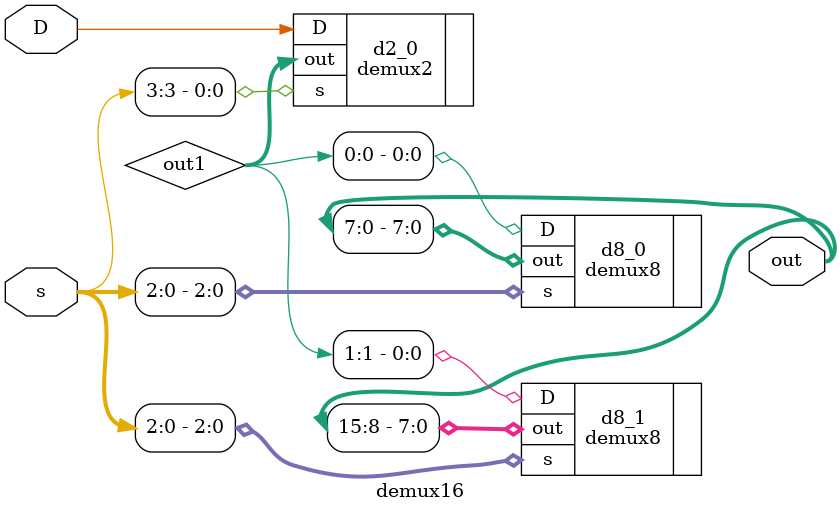
<source format=v>
`timescale 1ns / 1ps
module demux16(
input D,
input [3:0] s,
output [15:0]out
    );
wire [1:0]out1;    
demux2 d2_0 (.D(D), .s(s[3]), .out(out1));
demux8 d8_0 (.D(out1[0]), .s(s[2:0]), .out(out[7:0])); 
demux8 d8_1 (.D(out1[1]), .s(s[2:0]), .out(out[15:8]));
endmodule
</source>
